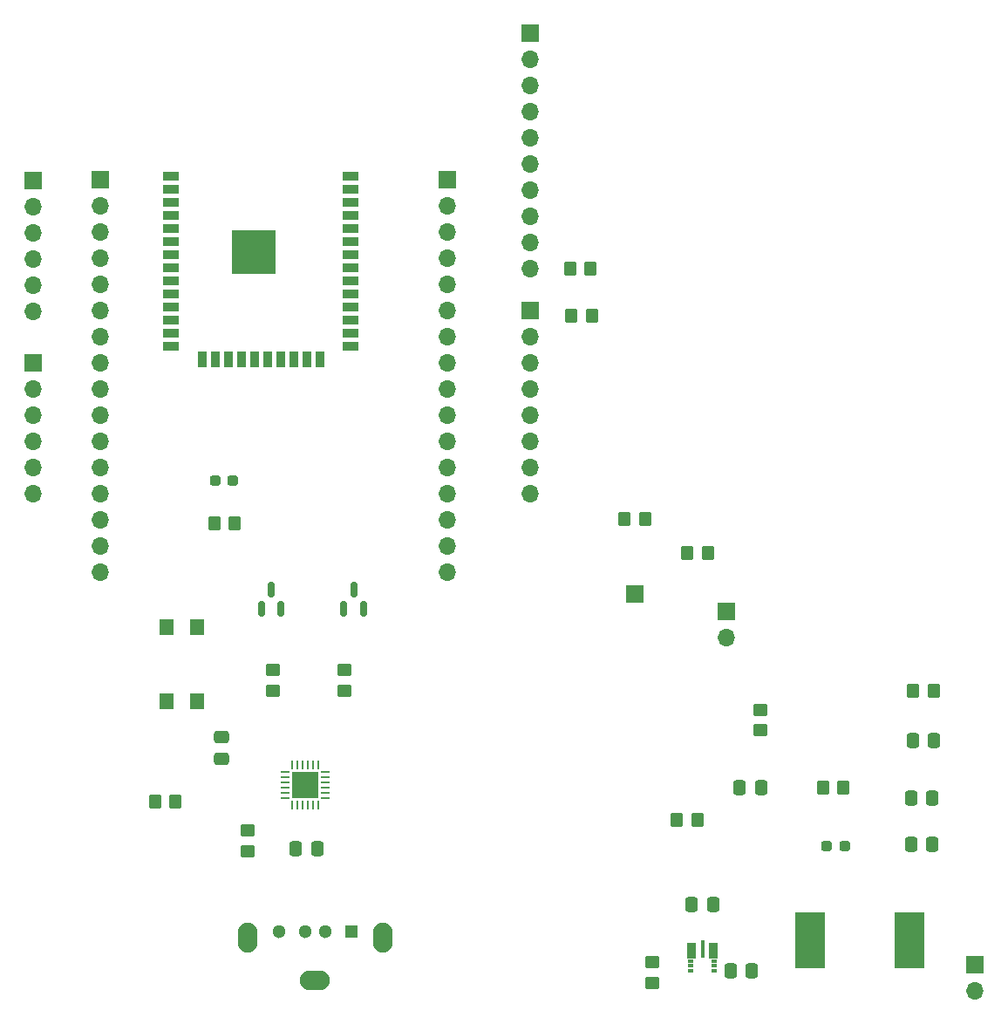
<source format=gbr>
%TF.GenerationSoftware,KiCad,Pcbnew,(6.0.10)*%
%TF.CreationDate,2023-04-05T18:46:28-05:00*%
%TF.ProjectId,445,3434352e-6b69-4636-9164-5f7063625858,rev?*%
%TF.SameCoordinates,Original*%
%TF.FileFunction,Soldermask,Top*%
%TF.FilePolarity,Negative*%
%FSLAX46Y46*%
G04 Gerber Fmt 4.6, Leading zero omitted, Abs format (unit mm)*
G04 Created by KiCad (PCBNEW (6.0.10)) date 2023-04-05 18:46:28*
%MOMM*%
%LPD*%
G01*
G04 APERTURE LIST*
G04 Aperture macros list*
%AMRoundRect*
0 Rectangle with rounded corners*
0 $1 Rounding radius*
0 $2 $3 $4 $5 $6 $7 $8 $9 X,Y pos of 4 corners*
0 Add a 4 corners polygon primitive as box body*
4,1,4,$2,$3,$4,$5,$6,$7,$8,$9,$2,$3,0*
0 Add four circle primitives for the rounded corners*
1,1,$1+$1,$2,$3*
1,1,$1+$1,$4,$5*
1,1,$1+$1,$6,$7*
1,1,$1+$1,$8,$9*
0 Add four rect primitives between the rounded corners*
20,1,$1+$1,$2,$3,$4,$5,0*
20,1,$1+$1,$4,$5,$6,$7,0*
20,1,$1+$1,$6,$7,$8,$9,0*
20,1,$1+$1,$8,$9,$2,$3,0*%
G04 Aperture macros list end*
%ADD10RoundRect,0.150000X0.150000X-0.587500X0.150000X0.587500X-0.150000X0.587500X-0.150000X-0.587500X0*%
%ADD11RoundRect,0.250000X0.350000X0.450000X-0.350000X0.450000X-0.350000X-0.450000X0.350000X-0.450000X0*%
%ADD12R,1.700000X1.700000*%
%ADD13O,1.700000X1.700000*%
%ADD14R,0.812800X1.498600*%
%ADD15R,0.609600X0.304800*%
%ADD16R,0.406400X1.727200*%
%ADD17RoundRect,0.250000X0.337500X0.475000X-0.337500X0.475000X-0.337500X-0.475000X0.337500X-0.475000X0*%
%ADD18R,1.500000X0.900000*%
%ADD19R,0.900000X1.500000*%
%ADD20C,0.475000*%
%ADD21R,4.200000X4.200000*%
%ADD22RoundRect,0.250000X-0.337500X-0.475000X0.337500X-0.475000X0.337500X0.475000X-0.337500X0.475000X0*%
%ADD23R,1.300000X1.300000*%
%ADD24C,1.300000*%
%ADD25O,1.900000X2.900000*%
%ADD26O,2.900000X1.900000*%
%ADD27RoundRect,0.062500X0.062500X-0.350000X0.062500X0.350000X-0.062500X0.350000X-0.062500X-0.350000X0*%
%ADD28RoundRect,0.062500X0.350000X-0.062500X0.350000X0.062500X-0.350000X0.062500X-0.350000X-0.062500X0*%
%ADD29R,2.600000X2.600000*%
%ADD30R,1.400000X1.600000*%
%ADD31RoundRect,0.250000X-0.350000X-0.450000X0.350000X-0.450000X0.350000X0.450000X-0.350000X0.450000X0*%
%ADD32RoundRect,0.250000X-0.450000X0.350000X-0.450000X-0.350000X0.450000X-0.350000X0.450000X0.350000X0*%
%ADD33RoundRect,0.237500X-0.287500X-0.237500X0.287500X-0.237500X0.287500X0.237500X-0.287500X0.237500X0*%
%ADD34RoundRect,0.250000X0.450000X-0.350000X0.450000X0.350000X-0.450000X0.350000X-0.450000X-0.350000X0*%
%ADD35RoundRect,0.250000X0.475000X-0.337500X0.475000X0.337500X-0.475000X0.337500X-0.475000X-0.337500X0*%
%ADD36R,2.900000X5.400000*%
G04 APERTURE END LIST*
D10*
%TO.C,Q3*%
X151882000Y-106941500D03*
X153782000Y-106941500D03*
X152832000Y-105066500D03*
%TD*%
D11*
%TO.C,R27*%
X175970000Y-78510000D03*
X173970000Y-78510000D03*
%TD*%
D12*
%TO.C,J5*%
X213160000Y-141500000D03*
D13*
X213160000Y-144040000D03*
%TD*%
D14*
%TO.C,U3*%
X185667650Y-140130213D03*
D15*
X185566050Y-141174788D03*
X185566050Y-141625638D03*
X185566050Y-142076488D03*
X187813950Y-142076488D03*
X187813950Y-141625638D03*
X187813950Y-141174788D03*
D14*
X187712350Y-140130213D03*
D16*
X186690000Y-140015913D03*
%TD*%
D17*
%TO.C,C10*%
X209022500Y-129782500D03*
X206947500Y-129782500D03*
%TD*%
D18*
%TO.C,U5*%
X135060000Y-64970000D03*
X135060000Y-66240000D03*
X135060000Y-67510000D03*
X135060000Y-68780000D03*
X135060000Y-70050000D03*
X135060000Y-71320000D03*
X135060000Y-72590000D03*
X135060000Y-73860000D03*
X135060000Y-75130000D03*
X135060000Y-76400000D03*
X135060000Y-77670000D03*
X135060000Y-78940000D03*
X135060000Y-80210000D03*
X135060000Y-81480000D03*
D19*
X138100000Y-82730000D03*
X139370000Y-82730000D03*
X140640000Y-82730000D03*
X141910000Y-82730000D03*
X143180000Y-82730000D03*
X144450000Y-82730000D03*
X145720000Y-82730000D03*
X146990000Y-82730000D03*
X148260000Y-82730000D03*
X149530000Y-82730000D03*
D18*
X152560000Y-81480000D03*
X152560000Y-80210000D03*
X152560000Y-78940000D03*
X152560000Y-77670000D03*
X152560000Y-76400000D03*
X152560000Y-75130000D03*
X152560000Y-73860000D03*
X152560000Y-72590000D03*
X152560000Y-71320000D03*
X152560000Y-70050000D03*
X152560000Y-68780000D03*
X152560000Y-67510000D03*
X152560000Y-66240000D03*
X152560000Y-64970000D03*
D20*
X142367500Y-70785000D03*
X141605000Y-73072500D03*
X143892500Y-72310000D03*
X144655000Y-73072500D03*
X142367500Y-73835000D03*
D21*
X143130000Y-72310000D03*
D20*
X144655000Y-71547500D03*
X141605000Y-71547500D03*
X142367500Y-72310000D03*
X143130000Y-71547500D03*
X143130000Y-73072500D03*
X143892500Y-73835000D03*
X143892500Y-70785000D03*
%TD*%
D22*
%TO.C,C7*%
X185652500Y-135686800D03*
X187727500Y-135686800D03*
%TD*%
D12*
%TO.C,J6*%
X188976000Y-107188000D03*
D13*
X188976000Y-109728000D03*
%TD*%
D23*
%TO.C,J14*%
X152578000Y-138262000D03*
D24*
X150078000Y-138262000D03*
X148078000Y-138262000D03*
X145578000Y-138262000D03*
D25*
X142508000Y-138862000D03*
D26*
X149078000Y-143042000D03*
D25*
X155648000Y-138862000D03*
%TD*%
D11*
%TO.C,R2*%
X181130000Y-98240000D03*
X179130000Y-98240000D03*
%TD*%
D27*
%TO.C,U4*%
X146883000Y-125975500D03*
X147383000Y-125975500D03*
X147883000Y-125975500D03*
X148383000Y-125975500D03*
X148883000Y-125975500D03*
X149383000Y-125975500D03*
D28*
X150070500Y-125288000D03*
X150070500Y-124788000D03*
X150070500Y-124288000D03*
X150070500Y-123788000D03*
X150070500Y-123288000D03*
X150070500Y-122788000D03*
D27*
X149383000Y-122100500D03*
X148883000Y-122100500D03*
X148383000Y-122100500D03*
X147883000Y-122100500D03*
X147383000Y-122100500D03*
X146883000Y-122100500D03*
D28*
X146195500Y-122788000D03*
X146195500Y-123288000D03*
X146195500Y-123788000D03*
X146195500Y-124288000D03*
X146195500Y-124788000D03*
X146195500Y-125288000D03*
D29*
X148133000Y-124038000D03*
%TD*%
D30*
%TO.C,S5*%
X137635000Y-115899500D03*
X137635000Y-108699500D03*
X134635000Y-115899500D03*
X134635000Y-108699500D03*
%TD*%
D31*
%TO.C,R21*%
X207165000Y-114902500D03*
X209165000Y-114902500D03*
%TD*%
D17*
%TO.C,C9*%
X209005000Y-125342500D03*
X206930000Y-125342500D03*
%TD*%
D32*
%TO.C,R29*%
X142545000Y-128499000D03*
X142545000Y-130499000D03*
%TD*%
D33*
%TO.C,D6*%
X198737500Y-129962500D03*
X200487500Y-129962500D03*
%TD*%
D10*
%TO.C,Q2*%
X143881000Y-106941500D03*
X145781000Y-106941500D03*
X144831000Y-105066500D03*
%TD*%
D34*
%TO.C,R22*%
X181792500Y-143252500D03*
X181792500Y-141252500D03*
%TD*%
D22*
%TO.C,C1*%
X189411700Y-142087600D03*
X191486700Y-142087600D03*
%TD*%
D12*
%TO.C,J15*%
X128240000Y-65310000D03*
D13*
X128240000Y-67850000D03*
X128240000Y-70390000D03*
X128240000Y-72930000D03*
X128240000Y-75470000D03*
X128240000Y-78010000D03*
X128240000Y-80550000D03*
X128240000Y-83090000D03*
X128240000Y-85630000D03*
X128240000Y-88170000D03*
X128240000Y-90710000D03*
X128240000Y-93250000D03*
X128240000Y-95790000D03*
X128240000Y-98330000D03*
X128240000Y-100870000D03*
X128240000Y-103410000D03*
%TD*%
D31*
%TO.C,R1*%
X185220000Y-101510000D03*
X187220000Y-101510000D03*
%TD*%
D34*
%TO.C,R25*%
X151943000Y-114878000D03*
X151943000Y-112878000D03*
%TD*%
D12*
%TO.C,J16*%
X161880000Y-65280000D03*
D13*
X161880000Y-67820000D03*
X161880000Y-70360000D03*
X161880000Y-72900000D03*
X161880000Y-75440000D03*
X161880000Y-77980000D03*
X161880000Y-80520000D03*
X161880000Y-83060000D03*
X161880000Y-85600000D03*
X161880000Y-88140000D03*
X161880000Y-90680000D03*
X161880000Y-93220000D03*
X161880000Y-95760000D03*
X161880000Y-98300000D03*
X161880000Y-100840000D03*
X161880000Y-103380000D03*
%TD*%
D11*
%TO.C,R26*%
X175842500Y-73900000D03*
X173842500Y-73900000D03*
%TD*%
D31*
%TO.C,R20*%
X184192500Y-127472500D03*
X186192500Y-127472500D03*
%TD*%
D12*
%TO.C,J7*%
X180140000Y-105530000D03*
%TD*%
D31*
%TO.C,R30*%
X139280000Y-98620000D03*
X141280000Y-98620000D03*
%TD*%
D17*
%TO.C,C11*%
X149297500Y-130261000D03*
X147222500Y-130261000D03*
%TD*%
D35*
%TO.C,C12*%
X140005000Y-121519500D03*
X140005000Y-119444500D03*
%TD*%
D31*
%TO.C,R28*%
X133544000Y-125689000D03*
X135544000Y-125689000D03*
%TD*%
D36*
%TO.C,L1*%
X197112500Y-139112500D03*
X206812500Y-139112500D03*
%TD*%
D22*
%TO.C,C6*%
X190285000Y-124352500D03*
X192360000Y-124352500D03*
%TD*%
D34*
%TO.C,R24*%
X144958000Y-114878000D03*
X144958000Y-112878000D03*
%TD*%
%TO.C,R19*%
X192342500Y-118762500D03*
X192342500Y-116762500D03*
%TD*%
D17*
%TO.C,C8*%
X209202500Y-119752500D03*
X207127500Y-119752500D03*
%TD*%
D33*
%TO.C,D7*%
X139375000Y-94540000D03*
X141125000Y-94540000D03*
%TD*%
D31*
%TO.C,R23*%
X198372500Y-124312500D03*
X200372500Y-124312500D03*
%TD*%
D12*
%TO.C,J3*%
X169926000Y-51059000D03*
D13*
X169926000Y-53599000D03*
X169926000Y-56139000D03*
X169926000Y-58679000D03*
X169926000Y-61219000D03*
X169926000Y-63759000D03*
X169926000Y-66299000D03*
X169926000Y-68839000D03*
X169926000Y-71379000D03*
X169926000Y-73919000D03*
%TD*%
D12*
%TO.C,J1*%
X121666000Y-65405000D03*
D13*
X121666000Y-67945000D03*
X121666000Y-70485000D03*
X121666000Y-73025000D03*
X121666000Y-75565000D03*
X121666000Y-78105000D03*
%TD*%
D12*
%TO.C,J2*%
X121666000Y-83058000D03*
D13*
X121666000Y-85598000D03*
X121666000Y-88138000D03*
X121666000Y-90678000D03*
X121666000Y-93218000D03*
X121666000Y-95758000D03*
%TD*%
D12*
%TO.C,J4*%
X169926000Y-77993000D03*
D13*
X169926000Y-80533000D03*
X169926000Y-83073000D03*
X169926000Y-85613000D03*
X169926000Y-88153000D03*
X169926000Y-90693000D03*
X169926000Y-93233000D03*
X169926000Y-95773000D03*
%TD*%
M02*

</source>
